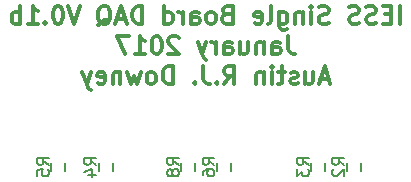
<source format=gbr>
G04 #@! TF.FileFunction,Legend,Bot*
%FSLAX46Y46*%
G04 Gerber Fmt 4.6, Leading zero omitted, Abs format (unit mm)*
G04 Created by KiCad (PCBNEW 4.0.4+e1-6308~48~ubuntu14.04.1-stable) date Wed Jan  4 17:00:53 2017*
%MOMM*%
%LPD*%
G01*
G04 APERTURE LIST*
%ADD10C,0.100000*%
%ADD11C,0.300000*%
%ADD12C,0.150000*%
G04 APERTURE END LIST*
D10*
D11*
X192892856Y-103878571D02*
X192892856Y-102378571D01*
X192178570Y-103092857D02*
X191678570Y-103092857D01*
X191464284Y-103878571D02*
X192178570Y-103878571D01*
X192178570Y-102378571D01*
X191464284Y-102378571D01*
X190892856Y-103807143D02*
X190678570Y-103878571D01*
X190321427Y-103878571D01*
X190178570Y-103807143D01*
X190107141Y-103735714D01*
X190035713Y-103592857D01*
X190035713Y-103450000D01*
X190107141Y-103307143D01*
X190178570Y-103235714D01*
X190321427Y-103164286D01*
X190607141Y-103092857D01*
X190749999Y-103021429D01*
X190821427Y-102950000D01*
X190892856Y-102807143D01*
X190892856Y-102664286D01*
X190821427Y-102521429D01*
X190749999Y-102450000D01*
X190607141Y-102378571D01*
X190249999Y-102378571D01*
X190035713Y-102450000D01*
X189464285Y-103807143D02*
X189249999Y-103878571D01*
X188892856Y-103878571D01*
X188749999Y-103807143D01*
X188678570Y-103735714D01*
X188607142Y-103592857D01*
X188607142Y-103450000D01*
X188678570Y-103307143D01*
X188749999Y-103235714D01*
X188892856Y-103164286D01*
X189178570Y-103092857D01*
X189321428Y-103021429D01*
X189392856Y-102950000D01*
X189464285Y-102807143D01*
X189464285Y-102664286D01*
X189392856Y-102521429D01*
X189321428Y-102450000D01*
X189178570Y-102378571D01*
X188821428Y-102378571D01*
X188607142Y-102450000D01*
X186892857Y-103807143D02*
X186678571Y-103878571D01*
X186321428Y-103878571D01*
X186178571Y-103807143D01*
X186107142Y-103735714D01*
X186035714Y-103592857D01*
X186035714Y-103450000D01*
X186107142Y-103307143D01*
X186178571Y-103235714D01*
X186321428Y-103164286D01*
X186607142Y-103092857D01*
X186750000Y-103021429D01*
X186821428Y-102950000D01*
X186892857Y-102807143D01*
X186892857Y-102664286D01*
X186821428Y-102521429D01*
X186750000Y-102450000D01*
X186607142Y-102378571D01*
X186250000Y-102378571D01*
X186035714Y-102450000D01*
X185392857Y-103878571D02*
X185392857Y-102878571D01*
X185392857Y-102378571D02*
X185464286Y-102450000D01*
X185392857Y-102521429D01*
X185321429Y-102450000D01*
X185392857Y-102378571D01*
X185392857Y-102521429D01*
X184678571Y-102878571D02*
X184678571Y-103878571D01*
X184678571Y-103021429D02*
X184607143Y-102950000D01*
X184464285Y-102878571D01*
X184250000Y-102878571D01*
X184107143Y-102950000D01*
X184035714Y-103092857D01*
X184035714Y-103878571D01*
X182678571Y-102878571D02*
X182678571Y-104092857D01*
X182750000Y-104235714D01*
X182821428Y-104307143D01*
X182964285Y-104378571D01*
X183178571Y-104378571D01*
X183321428Y-104307143D01*
X182678571Y-103807143D02*
X182821428Y-103878571D01*
X183107142Y-103878571D01*
X183250000Y-103807143D01*
X183321428Y-103735714D01*
X183392857Y-103592857D01*
X183392857Y-103164286D01*
X183321428Y-103021429D01*
X183250000Y-102950000D01*
X183107142Y-102878571D01*
X182821428Y-102878571D01*
X182678571Y-102950000D01*
X181749999Y-103878571D02*
X181892857Y-103807143D01*
X181964285Y-103664286D01*
X181964285Y-102378571D01*
X180607143Y-103807143D02*
X180750000Y-103878571D01*
X181035714Y-103878571D01*
X181178571Y-103807143D01*
X181250000Y-103664286D01*
X181250000Y-103092857D01*
X181178571Y-102950000D01*
X181035714Y-102878571D01*
X180750000Y-102878571D01*
X180607143Y-102950000D01*
X180535714Y-103092857D01*
X180535714Y-103235714D01*
X181250000Y-103378571D01*
X178250000Y-103092857D02*
X178035714Y-103164286D01*
X177964286Y-103235714D01*
X177892857Y-103378571D01*
X177892857Y-103592857D01*
X177964286Y-103735714D01*
X178035714Y-103807143D01*
X178178572Y-103878571D01*
X178750000Y-103878571D01*
X178750000Y-102378571D01*
X178250000Y-102378571D01*
X178107143Y-102450000D01*
X178035714Y-102521429D01*
X177964286Y-102664286D01*
X177964286Y-102807143D01*
X178035714Y-102950000D01*
X178107143Y-103021429D01*
X178250000Y-103092857D01*
X178750000Y-103092857D01*
X177035714Y-103878571D02*
X177178572Y-103807143D01*
X177250000Y-103735714D01*
X177321429Y-103592857D01*
X177321429Y-103164286D01*
X177250000Y-103021429D01*
X177178572Y-102950000D01*
X177035714Y-102878571D01*
X176821429Y-102878571D01*
X176678572Y-102950000D01*
X176607143Y-103021429D01*
X176535714Y-103164286D01*
X176535714Y-103592857D01*
X176607143Y-103735714D01*
X176678572Y-103807143D01*
X176821429Y-103878571D01*
X177035714Y-103878571D01*
X175250000Y-103878571D02*
X175250000Y-103092857D01*
X175321429Y-102950000D01*
X175464286Y-102878571D01*
X175750000Y-102878571D01*
X175892857Y-102950000D01*
X175250000Y-103807143D02*
X175392857Y-103878571D01*
X175750000Y-103878571D01*
X175892857Y-103807143D01*
X175964286Y-103664286D01*
X175964286Y-103521429D01*
X175892857Y-103378571D01*
X175750000Y-103307143D01*
X175392857Y-103307143D01*
X175250000Y-103235714D01*
X174535714Y-103878571D02*
X174535714Y-102878571D01*
X174535714Y-103164286D02*
X174464286Y-103021429D01*
X174392857Y-102950000D01*
X174250000Y-102878571D01*
X174107143Y-102878571D01*
X172964286Y-103878571D02*
X172964286Y-102378571D01*
X172964286Y-103807143D02*
X173107143Y-103878571D01*
X173392857Y-103878571D01*
X173535715Y-103807143D01*
X173607143Y-103735714D01*
X173678572Y-103592857D01*
X173678572Y-103164286D01*
X173607143Y-103021429D01*
X173535715Y-102950000D01*
X173392857Y-102878571D01*
X173107143Y-102878571D01*
X172964286Y-102950000D01*
X171107143Y-103878571D02*
X171107143Y-102378571D01*
X170750000Y-102378571D01*
X170535715Y-102450000D01*
X170392857Y-102592857D01*
X170321429Y-102735714D01*
X170250000Y-103021429D01*
X170250000Y-103235714D01*
X170321429Y-103521429D01*
X170392857Y-103664286D01*
X170535715Y-103807143D01*
X170750000Y-103878571D01*
X171107143Y-103878571D01*
X169678572Y-103450000D02*
X168964286Y-103450000D01*
X169821429Y-103878571D02*
X169321429Y-102378571D01*
X168821429Y-103878571D01*
X167321429Y-104021429D02*
X167464286Y-103950000D01*
X167607143Y-103807143D01*
X167821429Y-103592857D01*
X167964286Y-103521429D01*
X168107143Y-103521429D01*
X168035715Y-103878571D02*
X168178572Y-103807143D01*
X168321429Y-103664286D01*
X168392858Y-103378571D01*
X168392858Y-102878571D01*
X168321429Y-102592857D01*
X168178572Y-102450000D01*
X168035715Y-102378571D01*
X167750001Y-102378571D01*
X167607143Y-102450000D01*
X167464286Y-102592857D01*
X167392858Y-102878571D01*
X167392858Y-103378571D01*
X167464286Y-103664286D01*
X167607143Y-103807143D01*
X167750001Y-103878571D01*
X168035715Y-103878571D01*
X165821429Y-102378571D02*
X165321429Y-103878571D01*
X164821429Y-102378571D01*
X164035715Y-102378571D02*
X163892858Y-102378571D01*
X163750001Y-102450000D01*
X163678572Y-102521429D01*
X163607143Y-102664286D01*
X163535715Y-102950000D01*
X163535715Y-103307143D01*
X163607143Y-103592857D01*
X163678572Y-103735714D01*
X163750001Y-103807143D01*
X163892858Y-103878571D01*
X164035715Y-103878571D01*
X164178572Y-103807143D01*
X164250001Y-103735714D01*
X164321429Y-103592857D01*
X164392858Y-103307143D01*
X164392858Y-102950000D01*
X164321429Y-102664286D01*
X164250001Y-102521429D01*
X164178572Y-102450000D01*
X164035715Y-102378571D01*
X162892858Y-103735714D02*
X162821430Y-103807143D01*
X162892858Y-103878571D01*
X162964287Y-103807143D01*
X162892858Y-103735714D01*
X162892858Y-103878571D01*
X161392858Y-103878571D02*
X162250001Y-103878571D01*
X161821429Y-103878571D02*
X161821429Y-102378571D01*
X161964286Y-102592857D01*
X162107144Y-102735714D01*
X162250001Y-102807143D01*
X160750001Y-103878571D02*
X160750001Y-102378571D01*
X160750001Y-102950000D02*
X160607144Y-102878571D01*
X160321430Y-102878571D01*
X160178573Y-102950000D01*
X160107144Y-103021429D01*
X160035715Y-103164286D01*
X160035715Y-103592857D01*
X160107144Y-103735714D01*
X160178573Y-103807143D01*
X160321430Y-103878571D01*
X160607144Y-103878571D01*
X160750001Y-103807143D01*
X183464285Y-104928571D02*
X183464285Y-106000000D01*
X183535713Y-106214286D01*
X183678570Y-106357143D01*
X183892856Y-106428571D01*
X184035713Y-106428571D01*
X182107142Y-106428571D02*
X182107142Y-105642857D01*
X182178571Y-105500000D01*
X182321428Y-105428571D01*
X182607142Y-105428571D01*
X182749999Y-105500000D01*
X182107142Y-106357143D02*
X182249999Y-106428571D01*
X182607142Y-106428571D01*
X182749999Y-106357143D01*
X182821428Y-106214286D01*
X182821428Y-106071429D01*
X182749999Y-105928571D01*
X182607142Y-105857143D01*
X182249999Y-105857143D01*
X182107142Y-105785714D01*
X181392856Y-105428571D02*
X181392856Y-106428571D01*
X181392856Y-105571429D02*
X181321428Y-105500000D01*
X181178570Y-105428571D01*
X180964285Y-105428571D01*
X180821428Y-105500000D01*
X180749999Y-105642857D01*
X180749999Y-106428571D01*
X179392856Y-105428571D02*
X179392856Y-106428571D01*
X180035713Y-105428571D02*
X180035713Y-106214286D01*
X179964285Y-106357143D01*
X179821427Y-106428571D01*
X179607142Y-106428571D01*
X179464285Y-106357143D01*
X179392856Y-106285714D01*
X178035713Y-106428571D02*
X178035713Y-105642857D01*
X178107142Y-105500000D01*
X178249999Y-105428571D01*
X178535713Y-105428571D01*
X178678570Y-105500000D01*
X178035713Y-106357143D02*
X178178570Y-106428571D01*
X178535713Y-106428571D01*
X178678570Y-106357143D01*
X178749999Y-106214286D01*
X178749999Y-106071429D01*
X178678570Y-105928571D01*
X178535713Y-105857143D01*
X178178570Y-105857143D01*
X178035713Y-105785714D01*
X177321427Y-106428571D02*
X177321427Y-105428571D01*
X177321427Y-105714286D02*
X177249999Y-105571429D01*
X177178570Y-105500000D01*
X177035713Y-105428571D01*
X176892856Y-105428571D01*
X176535713Y-105428571D02*
X176178570Y-106428571D01*
X175821428Y-105428571D02*
X176178570Y-106428571D01*
X176321428Y-106785714D01*
X176392856Y-106857143D01*
X176535713Y-106928571D01*
X174178571Y-105071429D02*
X174107142Y-105000000D01*
X173964285Y-104928571D01*
X173607142Y-104928571D01*
X173464285Y-105000000D01*
X173392856Y-105071429D01*
X173321428Y-105214286D01*
X173321428Y-105357143D01*
X173392856Y-105571429D01*
X174249999Y-106428571D01*
X173321428Y-106428571D01*
X172392857Y-104928571D02*
X172250000Y-104928571D01*
X172107143Y-105000000D01*
X172035714Y-105071429D01*
X171964285Y-105214286D01*
X171892857Y-105500000D01*
X171892857Y-105857143D01*
X171964285Y-106142857D01*
X172035714Y-106285714D01*
X172107143Y-106357143D01*
X172250000Y-106428571D01*
X172392857Y-106428571D01*
X172535714Y-106357143D01*
X172607143Y-106285714D01*
X172678571Y-106142857D01*
X172750000Y-105857143D01*
X172750000Y-105500000D01*
X172678571Y-105214286D01*
X172607143Y-105071429D01*
X172535714Y-105000000D01*
X172392857Y-104928571D01*
X170464286Y-106428571D02*
X171321429Y-106428571D01*
X170892857Y-106428571D02*
X170892857Y-104928571D01*
X171035714Y-105142857D01*
X171178572Y-105285714D01*
X171321429Y-105357143D01*
X169964286Y-104928571D02*
X168964286Y-104928571D01*
X169607143Y-106428571D01*
X186892858Y-108550000D02*
X186178572Y-108550000D01*
X187035715Y-108978571D02*
X186535715Y-107478571D01*
X186035715Y-108978571D01*
X184892858Y-107978571D02*
X184892858Y-108978571D01*
X185535715Y-107978571D02*
X185535715Y-108764286D01*
X185464287Y-108907143D01*
X185321429Y-108978571D01*
X185107144Y-108978571D01*
X184964287Y-108907143D01*
X184892858Y-108835714D01*
X184250001Y-108907143D02*
X184107144Y-108978571D01*
X183821429Y-108978571D01*
X183678572Y-108907143D01*
X183607144Y-108764286D01*
X183607144Y-108692857D01*
X183678572Y-108550000D01*
X183821429Y-108478571D01*
X184035715Y-108478571D01*
X184178572Y-108407143D01*
X184250001Y-108264286D01*
X184250001Y-108192857D01*
X184178572Y-108050000D01*
X184035715Y-107978571D01*
X183821429Y-107978571D01*
X183678572Y-108050000D01*
X183178572Y-107978571D02*
X182607143Y-107978571D01*
X182964286Y-107478571D02*
X182964286Y-108764286D01*
X182892858Y-108907143D01*
X182750000Y-108978571D01*
X182607143Y-108978571D01*
X182107143Y-108978571D02*
X182107143Y-107978571D01*
X182107143Y-107478571D02*
X182178572Y-107550000D01*
X182107143Y-107621429D01*
X182035715Y-107550000D01*
X182107143Y-107478571D01*
X182107143Y-107621429D01*
X181392857Y-107978571D02*
X181392857Y-108978571D01*
X181392857Y-108121429D02*
X181321429Y-108050000D01*
X181178571Y-107978571D01*
X180964286Y-107978571D01*
X180821429Y-108050000D01*
X180750000Y-108192857D01*
X180750000Y-108978571D01*
X178035714Y-108978571D02*
X178535714Y-108264286D01*
X178892857Y-108978571D02*
X178892857Y-107478571D01*
X178321429Y-107478571D01*
X178178571Y-107550000D01*
X178107143Y-107621429D01*
X178035714Y-107764286D01*
X178035714Y-107978571D01*
X178107143Y-108121429D01*
X178178571Y-108192857D01*
X178321429Y-108264286D01*
X178892857Y-108264286D01*
X177392857Y-108835714D02*
X177321429Y-108907143D01*
X177392857Y-108978571D01*
X177464286Y-108907143D01*
X177392857Y-108835714D01*
X177392857Y-108978571D01*
X176250000Y-107478571D02*
X176250000Y-108550000D01*
X176321428Y-108764286D01*
X176464285Y-108907143D01*
X176678571Y-108978571D01*
X176821428Y-108978571D01*
X175535714Y-108835714D02*
X175464286Y-108907143D01*
X175535714Y-108978571D01*
X175607143Y-108907143D01*
X175535714Y-108835714D01*
X175535714Y-108978571D01*
X173678571Y-108978571D02*
X173678571Y-107478571D01*
X173321428Y-107478571D01*
X173107143Y-107550000D01*
X172964285Y-107692857D01*
X172892857Y-107835714D01*
X172821428Y-108121429D01*
X172821428Y-108335714D01*
X172892857Y-108621429D01*
X172964285Y-108764286D01*
X173107143Y-108907143D01*
X173321428Y-108978571D01*
X173678571Y-108978571D01*
X171964285Y-108978571D02*
X172107143Y-108907143D01*
X172178571Y-108835714D01*
X172250000Y-108692857D01*
X172250000Y-108264286D01*
X172178571Y-108121429D01*
X172107143Y-108050000D01*
X171964285Y-107978571D01*
X171750000Y-107978571D01*
X171607143Y-108050000D01*
X171535714Y-108121429D01*
X171464285Y-108264286D01*
X171464285Y-108692857D01*
X171535714Y-108835714D01*
X171607143Y-108907143D01*
X171750000Y-108978571D01*
X171964285Y-108978571D01*
X170964285Y-107978571D02*
X170678571Y-108978571D01*
X170392857Y-108264286D01*
X170107142Y-108978571D01*
X169821428Y-107978571D01*
X169249999Y-107978571D02*
X169249999Y-108978571D01*
X169249999Y-108121429D02*
X169178571Y-108050000D01*
X169035713Y-107978571D01*
X168821428Y-107978571D01*
X168678571Y-108050000D01*
X168607142Y-108192857D01*
X168607142Y-108978571D01*
X167321428Y-108907143D02*
X167464285Y-108978571D01*
X167749999Y-108978571D01*
X167892856Y-108907143D01*
X167964285Y-108764286D01*
X167964285Y-108192857D01*
X167892856Y-108050000D01*
X167749999Y-107978571D01*
X167464285Y-107978571D01*
X167321428Y-108050000D01*
X167249999Y-108192857D01*
X167249999Y-108335714D01*
X167964285Y-108478571D01*
X166749999Y-107978571D02*
X166392856Y-108978571D01*
X166035714Y-107978571D02*
X166392856Y-108978571D01*
X166535714Y-109335714D01*
X166607142Y-109407143D01*
X166749999Y-109478571D01*
D12*
X188400000Y-115650000D02*
X188400000Y-116350000D01*
X189600000Y-116350000D02*
X189600000Y-115650000D01*
X185400000Y-115650000D02*
X185400000Y-116350000D01*
X186600000Y-116350000D02*
X186600000Y-115650000D01*
X167400000Y-115650000D02*
X167400000Y-116350000D01*
X168600000Y-116350000D02*
X168600000Y-115650000D01*
X163400000Y-115650000D02*
X163400000Y-116350000D01*
X164600000Y-116350000D02*
X164600000Y-115650000D01*
X177400000Y-115650000D02*
X177400000Y-116350000D01*
X178600000Y-116350000D02*
X178600000Y-115650000D01*
X174400000Y-115650000D02*
X174400000Y-116350000D01*
X175600000Y-116350000D02*
X175600000Y-115650000D01*
X188202381Y-115833334D02*
X187726190Y-115500000D01*
X188202381Y-115261905D02*
X187202381Y-115261905D01*
X187202381Y-115642858D01*
X187250000Y-115738096D01*
X187297619Y-115785715D01*
X187392857Y-115833334D01*
X187535714Y-115833334D01*
X187630952Y-115785715D01*
X187678571Y-115738096D01*
X187726190Y-115642858D01*
X187726190Y-115261905D01*
X187297619Y-116214286D02*
X187250000Y-116261905D01*
X187202381Y-116357143D01*
X187202381Y-116595239D01*
X187250000Y-116690477D01*
X187297619Y-116738096D01*
X187392857Y-116785715D01*
X187488095Y-116785715D01*
X187630952Y-116738096D01*
X188202381Y-116166667D01*
X188202381Y-116785715D01*
X185202381Y-115833334D02*
X184726190Y-115500000D01*
X185202381Y-115261905D02*
X184202381Y-115261905D01*
X184202381Y-115642858D01*
X184250000Y-115738096D01*
X184297619Y-115785715D01*
X184392857Y-115833334D01*
X184535714Y-115833334D01*
X184630952Y-115785715D01*
X184678571Y-115738096D01*
X184726190Y-115642858D01*
X184726190Y-115261905D01*
X184202381Y-116166667D02*
X184202381Y-116785715D01*
X184583333Y-116452381D01*
X184583333Y-116595239D01*
X184630952Y-116690477D01*
X184678571Y-116738096D01*
X184773810Y-116785715D01*
X185011905Y-116785715D01*
X185107143Y-116738096D01*
X185154762Y-116690477D01*
X185202381Y-116595239D01*
X185202381Y-116309524D01*
X185154762Y-116214286D01*
X185107143Y-116166667D01*
X167202381Y-115833334D02*
X166726190Y-115500000D01*
X167202381Y-115261905D02*
X166202381Y-115261905D01*
X166202381Y-115642858D01*
X166250000Y-115738096D01*
X166297619Y-115785715D01*
X166392857Y-115833334D01*
X166535714Y-115833334D01*
X166630952Y-115785715D01*
X166678571Y-115738096D01*
X166726190Y-115642858D01*
X166726190Y-115261905D01*
X166535714Y-116690477D02*
X167202381Y-116690477D01*
X166154762Y-116452381D02*
X166869048Y-116214286D01*
X166869048Y-116833334D01*
X163202381Y-115833334D02*
X162726190Y-115500000D01*
X163202381Y-115261905D02*
X162202381Y-115261905D01*
X162202381Y-115642858D01*
X162250000Y-115738096D01*
X162297619Y-115785715D01*
X162392857Y-115833334D01*
X162535714Y-115833334D01*
X162630952Y-115785715D01*
X162678571Y-115738096D01*
X162726190Y-115642858D01*
X162726190Y-115261905D01*
X162202381Y-116738096D02*
X162202381Y-116261905D01*
X162678571Y-116214286D01*
X162630952Y-116261905D01*
X162583333Y-116357143D01*
X162583333Y-116595239D01*
X162630952Y-116690477D01*
X162678571Y-116738096D01*
X162773810Y-116785715D01*
X163011905Y-116785715D01*
X163107143Y-116738096D01*
X163154762Y-116690477D01*
X163202381Y-116595239D01*
X163202381Y-116357143D01*
X163154762Y-116261905D01*
X163107143Y-116214286D01*
X177202381Y-115833334D02*
X176726190Y-115500000D01*
X177202381Y-115261905D02*
X176202381Y-115261905D01*
X176202381Y-115642858D01*
X176250000Y-115738096D01*
X176297619Y-115785715D01*
X176392857Y-115833334D01*
X176535714Y-115833334D01*
X176630952Y-115785715D01*
X176678571Y-115738096D01*
X176726190Y-115642858D01*
X176726190Y-115261905D01*
X176202381Y-116690477D02*
X176202381Y-116500000D01*
X176250000Y-116404762D01*
X176297619Y-116357143D01*
X176440476Y-116261905D01*
X176630952Y-116214286D01*
X177011905Y-116214286D01*
X177107143Y-116261905D01*
X177154762Y-116309524D01*
X177202381Y-116404762D01*
X177202381Y-116595239D01*
X177154762Y-116690477D01*
X177107143Y-116738096D01*
X177011905Y-116785715D01*
X176773810Y-116785715D01*
X176678571Y-116738096D01*
X176630952Y-116690477D01*
X176583333Y-116595239D01*
X176583333Y-116404762D01*
X176630952Y-116309524D01*
X176678571Y-116261905D01*
X176773810Y-116214286D01*
X174202381Y-115833334D02*
X173726190Y-115500000D01*
X174202381Y-115261905D02*
X173202381Y-115261905D01*
X173202381Y-115642858D01*
X173250000Y-115738096D01*
X173297619Y-115785715D01*
X173392857Y-115833334D01*
X173535714Y-115833334D01*
X173630952Y-115785715D01*
X173678571Y-115738096D01*
X173726190Y-115642858D01*
X173726190Y-115261905D01*
X173630952Y-116404762D02*
X173583333Y-116309524D01*
X173535714Y-116261905D01*
X173440476Y-116214286D01*
X173392857Y-116214286D01*
X173297619Y-116261905D01*
X173250000Y-116309524D01*
X173202381Y-116404762D01*
X173202381Y-116595239D01*
X173250000Y-116690477D01*
X173297619Y-116738096D01*
X173392857Y-116785715D01*
X173440476Y-116785715D01*
X173535714Y-116738096D01*
X173583333Y-116690477D01*
X173630952Y-116595239D01*
X173630952Y-116404762D01*
X173678571Y-116309524D01*
X173726190Y-116261905D01*
X173821429Y-116214286D01*
X174011905Y-116214286D01*
X174107143Y-116261905D01*
X174154762Y-116309524D01*
X174202381Y-116404762D01*
X174202381Y-116595239D01*
X174154762Y-116690477D01*
X174107143Y-116738096D01*
X174011905Y-116785715D01*
X173821429Y-116785715D01*
X173726190Y-116738096D01*
X173678571Y-116690477D01*
X173630952Y-116595239D01*
M02*

</source>
